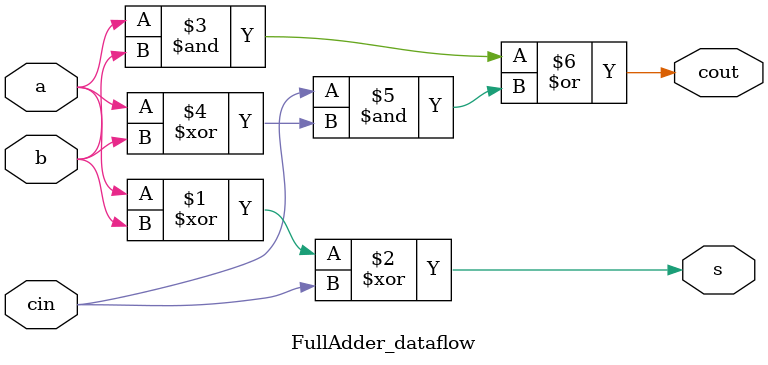
<source format=v>
`timescale 1ns / 1ps

module FullAdder_dataflow (input a, b, cin,
                           output s, cout);
     
    assign s = (a ^ b) ^ cin;
    assign cout = (a & b) | (cin & (a ^ b));                                            
                            
endmodule

</source>
